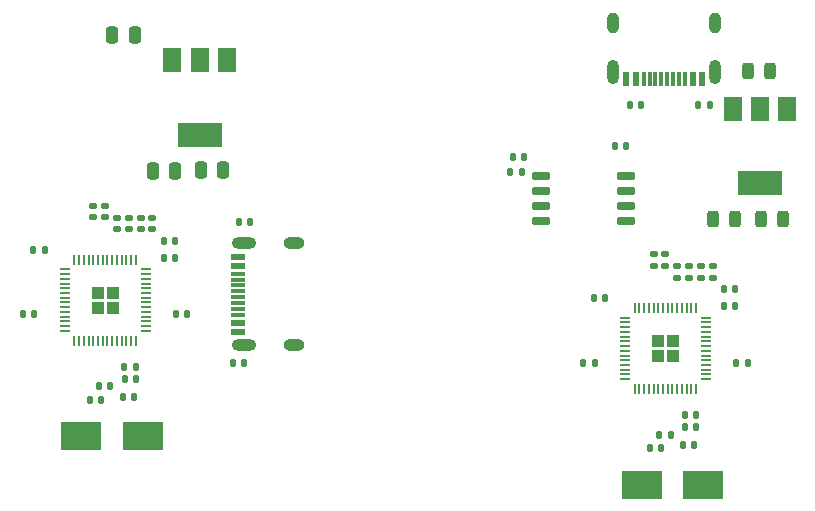
<source format=gbr>
G04 #@! TF.GenerationSoftware,KiCad,Pcbnew,7.0.5*
G04 #@! TF.CreationDate,2023-09-28T01:47:38+03:00*
G04 #@! TF.ProjectId,RP2040_minimal,52503230-3430-45f6-9d69-6e696d616c2e,REV1*
G04 #@! TF.SameCoordinates,Original*
G04 #@! TF.FileFunction,Paste,Top*
G04 #@! TF.FilePolarity,Positive*
%FSLAX46Y46*%
G04 Gerber Fmt 4.6, Leading zero omitted, Abs format (unit mm)*
G04 Created by KiCad (PCBNEW 7.0.5) date 2023-09-28 01:47:38*
%MOMM*%
%LPD*%
G01*
G04 APERTURE LIST*
G04 Aperture macros list*
%AMRoundRect*
0 Rectangle with rounded corners*
0 $1 Rounding radius*
0 $2 $3 $4 $5 $6 $7 $8 $9 X,Y pos of 4 corners*
0 Add a 4 corners polygon primitive as box body*
4,1,4,$2,$3,$4,$5,$6,$7,$8,$9,$2,$3,0*
0 Add four circle primitives for the rounded corners*
1,1,$1+$1,$2,$3*
1,1,$1+$1,$4,$5*
1,1,$1+$1,$6,$7*
1,1,$1+$1,$8,$9*
0 Add four rect primitives between the rounded corners*
20,1,$1+$1,$2,$3,$4,$5,0*
20,1,$1+$1,$4,$5,$6,$7,0*
20,1,$1+$1,$6,$7,$8,$9,0*
20,1,$1+$1,$8,$9,$2,$3,0*%
G04 Aperture macros list end*
%ADD10RoundRect,0.140000X0.170000X-0.140000X0.170000X0.140000X-0.170000X0.140000X-0.170000X-0.140000X0*%
%ADD11O,1.800000X1.000000*%
%ADD12O,2.100000X1.000000*%
%ADD13R,1.150000X0.600000*%
%ADD14R,1.150000X0.300000*%
%ADD15R,3.500000X2.400000*%
%ADD16RoundRect,0.050000X-0.050000X-0.387500X0.050000X-0.387500X0.050000X0.387500X-0.050000X0.387500X0*%
%ADD17RoundRect,0.050000X-0.387500X-0.050000X0.387500X-0.050000X0.387500X0.050000X-0.387500X0.050000X0*%
%ADD18RoundRect,0.250000X-0.292217X-0.292217X0.292217X-0.292217X0.292217X0.292217X-0.292217X0.292217X0*%
%ADD19R,1.500000X2.000000*%
%ADD20R,3.800000X2.000000*%
%ADD21RoundRect,0.140000X-0.170000X0.140000X-0.170000X-0.140000X0.170000X-0.140000X0.170000X0.140000X0*%
%ADD22RoundRect,0.140000X-0.140000X-0.170000X0.140000X-0.170000X0.140000X0.170000X-0.140000X0.170000X0*%
%ADD23RoundRect,0.140000X0.140000X0.170000X-0.140000X0.170000X-0.140000X-0.170000X0.140000X-0.170000X0*%
%ADD24RoundRect,0.250000X0.250000X0.475000X-0.250000X0.475000X-0.250000X-0.475000X0.250000X-0.475000X0*%
%ADD25RoundRect,0.250000X-0.250000X-0.475000X0.250000X-0.475000X0.250000X0.475000X-0.250000X0.475000X0*%
%ADD26RoundRect,0.243750X-0.243750X-0.456250X0.243750X-0.456250X0.243750X0.456250X-0.243750X0.456250X0*%
%ADD27RoundRect,0.147500X0.172500X-0.147500X0.172500X0.147500X-0.172500X0.147500X-0.172500X-0.147500X0*%
%ADD28RoundRect,0.147500X0.147500X0.172500X-0.147500X0.172500X-0.147500X-0.172500X0.147500X-0.172500X0*%
%ADD29RoundRect,0.147500X-0.147500X-0.172500X0.147500X-0.172500X0.147500X0.172500X-0.147500X0.172500X0*%
%ADD30RoundRect,0.150000X-0.650000X-0.150000X0.650000X-0.150000X0.650000X0.150000X-0.650000X0.150000X0*%
%ADD31RoundRect,0.147500X-0.172500X0.147500X-0.172500X-0.147500X0.172500X-0.147500X0.172500X0.147500X0*%
%ADD32RoundRect,0.243750X0.243750X0.456250X-0.243750X0.456250X-0.243750X-0.456250X0.243750X-0.456250X0*%
%ADD33R,0.600000X1.150000*%
%ADD34R,0.300000X1.150000*%
%ADD35O,1.000000X2.100000*%
%ADD36O,1.000000X1.800000*%
G04 APERTURE END LIST*
D10*
X96483750Y-92400280D03*
X96483750Y-91440280D03*
X49059750Y-88261000D03*
X49059750Y-87301000D03*
D11*
X65010000Y-90498000D03*
D12*
X60830000Y-90498000D03*
D11*
X65010000Y-99138000D03*
D12*
X60830000Y-99138000D03*
D13*
X60255000Y-98018000D03*
X60255000Y-97218000D03*
D14*
X60255000Y-96568000D03*
X60255000Y-95568000D03*
X60255000Y-94068000D03*
X60255000Y-93068000D03*
D13*
X60255000Y-92418000D03*
X60255000Y-91618000D03*
X60255000Y-91618000D03*
X60255000Y-92418000D03*
D14*
X60255000Y-93568000D03*
X60255000Y-94568000D03*
X60255000Y-95068000D03*
X60255000Y-96068000D03*
D13*
X60255000Y-97218000D03*
X60255000Y-98018000D03*
D15*
X52229750Y-106846000D03*
X47029750Y-106846000D03*
D16*
X46444750Y-91873500D03*
X46844750Y-91873500D03*
X47244750Y-91873500D03*
X47644750Y-91873500D03*
X48044750Y-91873500D03*
X48444750Y-91873500D03*
X48844750Y-91873500D03*
X49244750Y-91873500D03*
X49644750Y-91873500D03*
X50044750Y-91873500D03*
X50444750Y-91873500D03*
X50844750Y-91873500D03*
X51244750Y-91873500D03*
X51644750Y-91873500D03*
D17*
X52482250Y-92711000D03*
X52482250Y-93111000D03*
X52482250Y-93511000D03*
X52482250Y-93911000D03*
X52482250Y-94311000D03*
X52482250Y-94711000D03*
X52482250Y-95111000D03*
X52482250Y-95511000D03*
X52482250Y-95911000D03*
X52482250Y-96311000D03*
X52482250Y-96711000D03*
X52482250Y-97111000D03*
X52482250Y-97511000D03*
X52482250Y-97911000D03*
D16*
X51644750Y-98748500D03*
X51244750Y-98748500D03*
X50844750Y-98748500D03*
X50444750Y-98748500D03*
X50044750Y-98748500D03*
X49644750Y-98748500D03*
X49244750Y-98748500D03*
X48844750Y-98748500D03*
X48444750Y-98748500D03*
X48044750Y-98748500D03*
X47644750Y-98748500D03*
X47244750Y-98748500D03*
X46844750Y-98748500D03*
X46444750Y-98748500D03*
D17*
X45607250Y-97911000D03*
X45607250Y-97511000D03*
X45607250Y-97111000D03*
X45607250Y-96711000D03*
X45607250Y-96311000D03*
X45607250Y-95911000D03*
X45607250Y-95511000D03*
X45607250Y-95111000D03*
X45607250Y-94711000D03*
X45607250Y-94311000D03*
X45607250Y-93911000D03*
X45607250Y-93511000D03*
X45607250Y-93111000D03*
X45607250Y-92711000D03*
D18*
X49682250Y-95948500D03*
X49682250Y-94673500D03*
X48407250Y-95948500D03*
X48407250Y-94673500D03*
D19*
X54744750Y-75016000D03*
X57044750Y-75016000D03*
D20*
X57044750Y-81316000D03*
D19*
X59344750Y-75016000D03*
D21*
X51039750Y-89316000D03*
X51039750Y-88356000D03*
X50044750Y-89311000D03*
X50044750Y-88351000D03*
D22*
X49499750Y-102606000D03*
X48539750Y-102606000D03*
X61310000Y-88724000D03*
X60350000Y-88724000D03*
D23*
X59870000Y-100662000D03*
X60830000Y-100662000D03*
D24*
X53069750Y-84341000D03*
X54969750Y-84341000D03*
D23*
X42069750Y-96526000D03*
X43029750Y-96526000D03*
D22*
X56009750Y-96496000D03*
X55049750Y-96496000D03*
D23*
X42966000Y-91046000D03*
X43926000Y-91046000D03*
D22*
X51649750Y-101956000D03*
X50689750Y-101956000D03*
X54959750Y-91706000D03*
X53999750Y-91706000D03*
D10*
X53044750Y-88351000D03*
X53044750Y-89311000D03*
X52044750Y-88351000D03*
X52044750Y-89311000D03*
D22*
X51639750Y-100956000D03*
X50679750Y-100956000D03*
D10*
X48049750Y-87346000D03*
X48049750Y-88306000D03*
D25*
X59029750Y-84336000D03*
X57129750Y-84336000D03*
D22*
X54959750Y-90316000D03*
X53999750Y-90316000D03*
D24*
X49636558Y-72831558D03*
X51536558Y-72831558D03*
D22*
X51499750Y-103516000D03*
X50539750Y-103516000D03*
X48689750Y-103746000D03*
X47729750Y-103746000D03*
D26*
X104571250Y-88405280D03*
X106446250Y-88405280D03*
D27*
X100483750Y-93405280D03*
X100483750Y-92435280D03*
X99483750Y-93405280D03*
X99483750Y-92435280D03*
D28*
X90483750Y-100605280D03*
X89513750Y-100605280D03*
X93153750Y-82235280D03*
X92183750Y-82235280D03*
D29*
X83339000Y-84475280D03*
X84309000Y-84475280D03*
D19*
X106783750Y-79105280D03*
X104483750Y-79105280D03*
D20*
X104483750Y-85405280D03*
D19*
X102183750Y-79105280D03*
D30*
X85933750Y-84775280D03*
X85933750Y-86045280D03*
X85933750Y-87315280D03*
X85933750Y-88585280D03*
X93133750Y-88585280D03*
X93133750Y-87315280D03*
X93133750Y-86045280D03*
X93133750Y-84775280D03*
D29*
X97968750Y-107615280D03*
X98938750Y-107615280D03*
D28*
X84540000Y-83205280D03*
X83570000Y-83205280D03*
D29*
X102483750Y-100605280D03*
X103453750Y-100605280D03*
X98118750Y-106055280D03*
X99088750Y-106055280D03*
D31*
X97483750Y-92435280D03*
X97483750Y-93405280D03*
D29*
X98128750Y-105065280D03*
X99098750Y-105065280D03*
D26*
X103483750Y-75905280D03*
X105358750Y-75905280D03*
D28*
X91370000Y-95135280D03*
X90400000Y-95135280D03*
D29*
X101433750Y-94405280D03*
X102403750Y-94405280D03*
D18*
X95846250Y-98767780D03*
X95846250Y-100042780D03*
X97121250Y-98767780D03*
X97121250Y-100042780D03*
D17*
X93046250Y-96805280D03*
X93046250Y-97205280D03*
X93046250Y-97605280D03*
X93046250Y-98005280D03*
X93046250Y-98405280D03*
X93046250Y-98805280D03*
X93046250Y-99205280D03*
X93046250Y-99605280D03*
X93046250Y-100005280D03*
X93046250Y-100405280D03*
X93046250Y-100805280D03*
X93046250Y-101205280D03*
X93046250Y-101605280D03*
X93046250Y-102005280D03*
D16*
X93883750Y-102842780D03*
X94283750Y-102842780D03*
X94683750Y-102842780D03*
X95083750Y-102842780D03*
X95483750Y-102842780D03*
X95883750Y-102842780D03*
X96283750Y-102842780D03*
X96683750Y-102842780D03*
X97083750Y-102842780D03*
X97483750Y-102842780D03*
X97883750Y-102842780D03*
X98283750Y-102842780D03*
X98683750Y-102842780D03*
X99083750Y-102842780D03*
D17*
X99921250Y-102005280D03*
X99921250Y-101605280D03*
X99921250Y-101205280D03*
X99921250Y-100805280D03*
X99921250Y-100405280D03*
X99921250Y-100005280D03*
X99921250Y-99605280D03*
X99921250Y-99205280D03*
X99921250Y-98805280D03*
X99921250Y-98405280D03*
X99921250Y-98005280D03*
X99921250Y-97605280D03*
X99921250Y-97205280D03*
X99921250Y-96805280D03*
D16*
X99083750Y-95967780D03*
X98683750Y-95967780D03*
X98283750Y-95967780D03*
X97883750Y-95967780D03*
X97483750Y-95967780D03*
X97083750Y-95967780D03*
X96683750Y-95967780D03*
X96283750Y-95967780D03*
X95883750Y-95967780D03*
X95483750Y-95967780D03*
X95083750Y-95967780D03*
X94683750Y-95967780D03*
X94283750Y-95967780D03*
X93883750Y-95967780D03*
D29*
X95158750Y-107835280D03*
X96128750Y-107835280D03*
D31*
X98483750Y-92435280D03*
X98483750Y-93405280D03*
D27*
X95483750Y-92405280D03*
X95483750Y-91435280D03*
D29*
X101433750Y-95805280D03*
X102403750Y-95805280D03*
X95978750Y-106705280D03*
X96948750Y-106705280D03*
D15*
X94468750Y-110935280D03*
X99668750Y-110935280D03*
D32*
X102396250Y-88430280D03*
X100521250Y-88430280D03*
D22*
X93453750Y-78805280D03*
X94413750Y-78805280D03*
D33*
X99588750Y-76605280D03*
X98788750Y-76605280D03*
D34*
X97638750Y-76605280D03*
X96638750Y-76605280D03*
X96138750Y-76605280D03*
X95138750Y-76605280D03*
D33*
X93988750Y-76605280D03*
X93188750Y-76605280D03*
X93188750Y-76605280D03*
X93988750Y-76605280D03*
D34*
X94638750Y-76605280D03*
X95638750Y-76605280D03*
X97138750Y-76605280D03*
X98138750Y-76605280D03*
D33*
X98788750Y-76605280D03*
X99588750Y-76605280D03*
D35*
X100708750Y-76030280D03*
D36*
X100708750Y-71850280D03*
D35*
X92068750Y-76030280D03*
D36*
X92068750Y-71850280D03*
D23*
X100225000Y-78765280D03*
X99265000Y-78765280D03*
M02*

</source>
